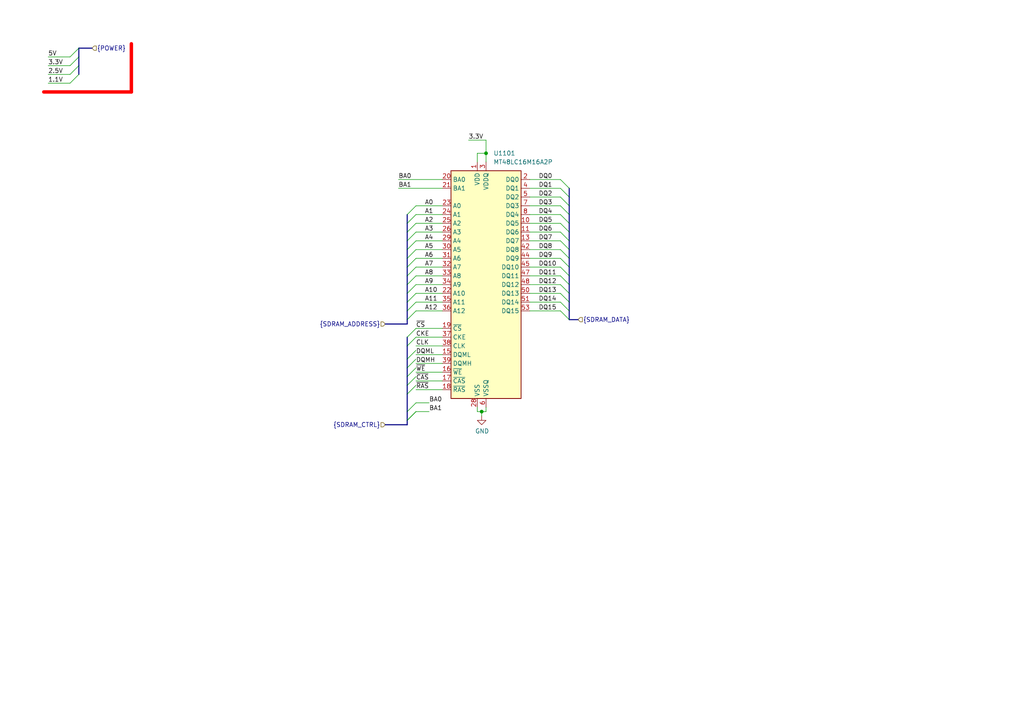
<source format=kicad_sch>
(kicad_sch (version 20250114) (generator "eeschema") (generator_version "9.0")
  (paper "A4")
  (title_block (title "PlasmaGate") (date "2025-07-23") (rev "1.0") (company "LPP/CNRS") (comment 1 "Alexis Jeandet") (comment 2 "CC-BY-SA") (comment 3 "alexis.jeandet@member.fsf.org"))
  (lib_symbols
    (symbol "Memory_RAM:MT48LC16M16A2P"
      (property "Reference" "U" (at -8.89 34.29 0))
      (property "Value" "MT48LC16M16A2P" (at 8.89 34.29 0))
      (symbol "MT48LC16M16A2P_0_1"
        (rectangle (start -10.16 33.02) (end 10.16 -33.02) (stroke (width 0.254)) (fill (type background)))
      )
      (symbol "MT48LC16M16A2P_1_1"
        (pin input line (at -12.7 30.48 0) (length 2.54) (name "BA0") (number "20"))
        (pin input line (at -12.7 27.94 0) (length 2.54) (name "BA1") (number "21"))
        (pin input line (at -12.7 22.86 0) (length 2.54) (name "A0") (number "23"))
        (pin input line (at -12.7 20.32 0) (length 2.54) (name "A1") (number "24"))
        (pin input line (at -12.7 17.78 0) (length 2.54) (name "A2") (number "25"))
        (pin input line (at -12.7 15.24 0) (length 2.54) (name "A3") (number "26"))
        (pin input line (at -12.7 12.7 0) (length 2.54) (name "A4") (number "29"))
        (pin input line (at -12.7 10.16 0) (length 2.54) (name "A5") (number "30"))
        (pin input line (at -12.7 7.62 0) (length 2.54) (name "A6") (number "31"))
        (pin input line (at -12.7 5.08 0) (length 2.54) (name "A7") (number "32"))
        (pin input line (at -12.7 2.54 0) (length 2.54) (name "A8") (number "33"))
        (pin input line (at -12.7 0 0) (length 2.54) (name "A9") (number "34"))
        (pin input line (at -12.7 -2.54 0) (length 2.54) (name "A10") (number "22"))
        (pin input line (at -12.7 -5.08 0) (length 2.54) (name "A11") (number "35"))
        (pin input line (at -12.7 -7.62 0) (length 2.54) (name "A12") (number "36"))
        (pin input line (at -12.7 -12.7 0) (length 2.54) (name "~{CS}") (number "19"))
        (pin input line (at -12.7 -15.24 0) (length 2.54) (name "CKE") (number "37"))
        (pin input line (at -12.7 -17.78 0) (length 2.54) (name "CLK") (number "38"))
        (pin input line (at -12.7 -20.32 0) (length 2.54) (name "DQML") (number "15"))
        (pin input line (at -12.7 -22.86 0) (length 2.54) (name "DQMH") (number "39"))
        (pin input line (at -12.7 -25.4 0) (length 2.54) (name "~{WE}") (number "16"))
        (pin input line (at -12.7 -27.94 0) (length 2.54) (name "~{CAS}") (number "17"))
        (pin input line (at -12.7 -30.48 0) (length 2.54) (name "~{RAS}") (number "18"))
        (pin power_in line (at -2.54 35.56 270) (length 2.54) (name "VDD") (number "1"))
        (pin passive line (at -2.54 35.56 270) (length 2.54) (hide yes) (name "VDD") (number "14"))
        (pin passive line (at -2.54 35.56 270) (length 2.54) (hide yes) (name "VDD") (number "27"))
        (pin power_in line (at -2.54 -35.56 90) (length 2.54) (name "VSS") (number "28"))
        (pin passive line (at -2.54 -35.56 90) (length 2.54) (hide yes) (name "VSS") (number "41"))
        (pin passive line (at -2.54 -35.56 90) (length 2.54) (hide yes) (name "VSS") (number "54"))
        (pin power_in line (at 0 35.56 270) (length 2.54) (name "VDDQ") (number "3"))
        (pin passive line (at 0 35.56 270) (length 2.54) (hide yes) (name "VDDQ") (number "43"))
        (pin passive line (at 0 35.56 270) (length 2.54) (hide yes) (name "VDDQ") (number "49"))
        (pin passive line (at 0 35.56 270) (length 2.54) (hide yes) (name "VDDQ") (number "9"))
        (pin passive line (at 0 -35.56 90) (length 2.54) (hide yes) (name "VSSQ") (number "12"))
        (pin passive line (at 0 -35.56 90) (length 2.54) (hide yes) (name "VSSQ") (number "46"))
        (pin passive line (at 0 -35.56 90) (length 2.54) (hide yes) (name "VSSQ") (number "52"))
        (pin power_in line (at 0 -35.56 90) (length 2.54) (name "VSSQ") (number "6"))
        (pin no_connect line (at 10.16 -20.32 180) (length 2.54) (hide yes) (name "NC") (number "40"))
        (pin bidirectional line (at 12.7 30.48 180) (length 2.54) (name "DQ0") (number "2"))
        (pin bidirectional line (at 12.7 27.94 180) (length 2.54) (name "DQ1") (number "4"))
        (pin bidirectional line (at 12.7 25.4 180) (length 2.54) (name "DQ2") (number "5"))
        (pin bidirectional line (at 12.7 22.86 180) (length 2.54) (name "DQ3") (number "7"))
        (pin bidirectional line (at 12.7 20.32 180) (length 2.54) (name "DQ4") (number "8"))
        (pin bidirectional line (at 12.7 17.78 180) (length 2.54) (name "DQ5") (number "10"))
        (pin bidirectional line (at 12.7 15.24 180) (length 2.54) (name "DQ6") (number "11"))
        (pin bidirectional line (at 12.7 12.7 180) (length 2.54) (name "DQ7") (number "13"))
        (pin bidirectional line (at 12.7 10.16 180) (length 2.54) (name "DQ8") (number "42"))
        (pin bidirectional line (at 12.7 7.62 180) (length 2.54) (name "DQ9") (number "44"))
        (pin bidirectional line (at 12.7 5.08 180) (length 2.54) (name "DQ10") (number "45"))
        (pin bidirectional line (at 12.7 2.54 180) (length 2.54) (name "DQ11") (number "47"))
        (pin bidirectional line (at 12.7 0 180) (length 2.54) (name "DQ12") (number "48"))
        (pin bidirectional line (at 12.7 -2.54 180) (length 2.54) (name "DQ13") (number "50"))
        (pin bidirectional line (at 12.7 -5.08 180) (length 2.54) (name "DQ14") (number "51"))
        (pin bidirectional line (at 12.7 -7.62 180) (length 2.54) (name "DQ15") (number "53"))
      )
    )
    (symbol "power:GND" (power) (pin_names (offset 0))
      (property "Value" "GND" (at 0 -3.81 0))
      (symbol "GND_0_1"
        (polyline (pts (xy 0 0) (xy 0 -1.27) (xy 1.27 -1.27) (xy 0 -2.54) (xy -1.27 -1.27) (xy 0 -1.27)))
      )
      (symbol "GND_1_1"
        (pin power_in line (at 0 0 270) (length 0) (hide yes) (name "GND") (number "1"))
      )
    )
  )
  (bus_alias "SDRAM_DATA" (members "DQ0" "DQ1" "DQ2" "DQ3" "DQ4" "DQ5" "DQ6" "DQ7" "DQ8" "DQ9" "DQ10" "DQ11" "DQ12" "DQ13" "DQ14" "DQ15"))
  (junction (at 140.97 44.45))
  (junction (at 139.7 119.38))
  (bus_entry (at 120.65 74.93) (size -2.54 2.54))
  (bus_entry (at 162.56 69.85) (size 2.54 2.54))
  (bus_entry (at 118.11 121.92) (size 2.54 -2.54))
  (bus_entry (at 118.11 119.38) (size 2.54 -2.54))
  (bus_entry (at 118.11 111.76) (size 2.54 -2.54))
  (bus_entry (at 120.65 59.69) (size -2.54 2.54))
  (bus_entry (at 120.65 77.47) (size -2.54 2.54))
  (bus_entry (at 162.56 62.23) (size 2.54 2.54))
  (bus_entry (at 162.56 87.63) (size 2.54 2.54))
  (bus_entry (at 162.56 82.55) (size 2.54 2.54))
  (bus_entry (at 162.56 72.39) (size 2.54 2.54))
  (bus_entry (at 118.11 114.3) (size 2.54 -2.54))
  (bus_entry (at 120.65 64.77) (size -2.54 2.54))
  (bus_entry (at 120.65 87.63) (size -2.54 2.54))
  (bus_entry (at 22.86 13.97) (size -2.54 2.54))
  (bus_entry (at 162.56 85.09) (size 2.54 2.54))
  (bus_entry (at 118.11 121.92) (size 2.54 -2.54))
  (bus_entry (at 120.65 67.31) (size -2.54 2.54))
  (bus_entry (at 120.65 69.85) (size -2.54 2.54))
  (bus_entry (at 118.11 109.22) (size 2.54 -2.54))
  (bus_entry (at 118.11 100.33) (size 2.54 -2.54))
  (bus_entry (at 118.11 104.14) (size 2.54 -2.54))
  (bus_entry (at 162.56 77.47) (size 2.54 2.54))
  (bus_entry (at 162.56 67.31) (size 2.54 2.54))
  (bus_entry (at 162.56 64.77) (size 2.54 2.54))
  (bus_entry (at 118.11 106.68) (size 2.54 -2.54))
  (bus_entry (at 120.65 82.55) (size -2.54 2.54))
  (bus_entry (at 162.56 54.61) (size 2.54 2.54))
  (bus_entry (at 120.65 85.09) (size -2.54 2.54))
  (bus_entry (at 162.56 57.15) (size 2.54 2.54))
  (bus_entry (at 120.65 72.39) (size -2.54 2.54))
  (bus_entry (at 162.56 74.93) (size 2.54 2.54))
  (bus_entry (at 162.56 80.01) (size 2.54 2.54))
  (bus_entry (at 22.86 19.05) (size -2.54 2.54))
  (bus_entry (at 22.86 16.51) (size -2.54 2.54))
  (bus_entry (at 118.11 97.79) (size 2.54 -2.54))
  (bus_entry (at 162.56 90.17) (size 2.54 2.54))
  (bus_entry (at 120.65 80.01) (size -2.54 2.54))
  (bus_entry (at 120.65 62.23) (size -2.54 2.54))
  (bus_entry (at 162.56 59.69) (size 2.54 2.54))
  (bus_entry (at 120.65 90.17) (size -2.54 2.54))
  (bus_entry (at 162.56 52.07) (size 2.54 2.54))
  (bus_entry (at 22.86 21.59) (size -2.54 2.54))
  (bus (pts (xy 118.11 93.98) (xy 118.11 92.71)))
  (bus (pts (xy 165.1 77.47) (xy 165.1 80.01)))
  (bus (pts (xy 118.11 90.17) (xy 118.11 87.63)))
  (wire (pts (xy 153.67 67.31) (xy 162.56 67.31)))
  (bus (pts (xy 118.11 72.39) (xy 118.11 74.93)))
  (bus (pts (xy 22.86 16.51) (xy 22.86 13.97)))
  (wire (pts (xy 120.65 69.85) (xy 128.27 69.85)))
  (wire (pts (xy 13.97 16.51) (xy 20.32 16.51)))
  (wire (pts (xy 138.43 119.38) (xy 139.7 119.38)))
  (bus (pts (xy 111.76 93.98) (xy 118.11 93.98)))
  (bus (pts (xy 118.11 97.79) (xy 118.11 100.33)))
  (wire (pts (xy 115.57 54.61) (xy 128.27 54.61)))
  (wire (pts (xy 120.65 95.25) (xy 128.27 95.25)))
  (wire (pts (xy 120.65 77.47) (xy 128.27 77.47)))
  (bus (pts (xy 118.11 114.3) (xy 118.11 119.38)))
  (bus (pts (xy 118.11 123.19) (xy 118.11 121.92)))
  (wire (pts (xy 13.97 19.05) (xy 20.32 19.05)))
  (bus (pts (xy 118.11 114.3) (xy 118.11 111.76)))
  (bus (pts (xy 118.11 77.47) (xy 118.11 74.93)))
  (bus (pts (xy 118.11 92.71) (xy 118.11 90.17)))
  (wire (pts (xy 120.65 97.79) (xy 128.27 97.79)))
  (bus (pts (xy 165.1 64.77) (xy 165.1 67.31)))
  (wire (pts (xy 120.65 67.31) (xy 128.27 67.31)))
  (wire (pts (xy 120.65 74.93) (xy 128.27 74.93)))
  (bus (pts (xy 118.11 100.33) (xy 118.11 104.14)))
  (wire (pts (xy 153.67 87.63) (xy 162.56 87.63)))
  (wire (pts (xy 140.97 119.38) (xy 140.97 118.11)))
  (wire (pts (xy 120.65 82.55) (xy 128.27 82.55)))
  (bus (pts (xy 165.1 82.55) (xy 165.1 85.09)))
  (wire (pts (xy 120.65 119.38) (xy 124.46 119.38)))
  (wire (pts (xy 140.97 44.45) (xy 140.97 46.99)))
  (wire (pts (xy 153.67 90.17) (xy 162.56 90.17)))
  (wire (pts (xy 120.65 62.23) (xy 128.27 62.23)))
  (wire (pts (xy 120.65 87.63) (xy 128.27 87.63)))
  (polyline (pts (xy 38.1 12.7) (xy 38.1 26.67)) (stroke (width 1) (color 255 0 0 1)))
  (bus (pts (xy 165.1 54.61) (xy 165.1 57.15)))
  (wire (pts (xy 120.65 59.69) (xy 128.27 59.69)))
  (bus (pts (xy 165.1 69.85) (xy 165.1 72.39)))
  (wire (pts (xy 153.67 77.47) (xy 162.56 77.47)))
  (wire (pts (xy 153.67 52.07) (xy 162.56 52.07)))
  (wire (pts (xy 135.89 40.64) (xy 140.97 40.64)))
  (wire (pts (xy 120.65 113.03) (xy 128.27 113.03)))
  (bus (pts (xy 165.1 59.69) (xy 165.1 62.23)))
  (bus (pts (xy 118.11 85.09) (xy 118.11 82.55)))
  (bus (pts (xy 118.11 69.85) (xy 118.11 67.31)))
  (bus (pts (xy 118.11 121.92) (xy 118.11 119.38)))
  (bus (pts (xy 165.1 87.63) (xy 165.1 90.17)))
  (wire (pts (xy 153.67 54.61) (xy 162.56 54.61)))
  (wire (pts (xy 153.67 59.69) (xy 162.56 59.69)))
  (bus (pts (xy 118.11 64.77) (xy 118.11 62.23)))
  (bus (pts (xy 118.11 80.01) (xy 118.11 77.47)))
  (wire (pts (xy 153.67 62.23) (xy 162.56 62.23)))
  (bus (pts (xy 22.86 21.59) (xy 22.86 19.05)))
  (wire (pts (xy 138.43 44.45) (xy 140.97 44.45)))
  (wire (pts (xy 13.97 21.59) (xy 20.32 21.59)))
  (bus (pts (xy 165.1 57.15) (xy 165.1 59.69)))
  (bus (pts (xy 165.1 62.23) (xy 165.1 64.77)))
  (wire (pts (xy 153.67 72.39) (xy 162.56 72.39)))
  (wire (pts (xy 120.65 102.87) (xy 128.27 102.87)))
  (wire (pts (xy 120.65 85.09) (xy 128.27 85.09)))
  (wire (pts (xy 120.65 110.49) (xy 128.27 110.49)))
  (polyline (pts (xy 12.7 26.67) (xy 38.1 26.67)) (stroke (width 1) (color 255 0 0 1)))
  (bus (pts (xy 22.86 19.05) (xy 22.86 16.51)))
  (bus (pts (xy 165.1 67.31) (xy 165.1 69.85)))
  (bus (pts (xy 22.86 13.97) (xy 26.67 13.97)))
  (wire (pts (xy 115.57 52.07) (xy 128.27 52.07)))
  (wire (pts (xy 153.67 57.15) (xy 162.56 57.15)))
  (wire (pts (xy 153.67 85.09) (xy 162.56 85.09)))
  (wire (pts (xy 120.65 116.84) (xy 124.46 116.84)))
  (bus (pts (xy 118.11 67.31) (xy 118.11 64.77)))
  (bus (pts (xy 165.1 72.39) (xy 165.1 74.93)))
  (bus (pts (xy 165.1 90.17) (xy 165.1 92.71)))
  (bus (pts (xy 118.11 104.14) (xy 118.11 106.68)))
  (wire (pts (xy 120.65 100.33) (xy 128.27 100.33)))
  (wire (pts (xy 139.7 119.38) (xy 139.7 120.65)))
  (wire (pts (xy 120.65 105.41) (xy 128.27 105.41)))
  (wire (pts (xy 120.65 107.95) (xy 128.27 107.95)))
  (bus (pts (xy 118.11 85.09) (xy 118.11 87.63)))
  (wire (pts (xy 120.65 72.39) (xy 128.27 72.39)))
  (bus (pts (xy 118.11 82.55) (xy 118.11 80.01)))
  (wire (pts (xy 153.67 82.55) (xy 162.56 82.55)))
  (wire (pts (xy 120.65 80.01) (xy 128.27 80.01)))
  (wire (pts (xy 13.97 24.13) (xy 20.32 24.13)))
  (bus (pts (xy 111.76 123.19) (xy 118.11 123.19)))
  (wire (pts (xy 140.97 40.64) (xy 140.97 44.45)))
  (wire (pts (xy 138.43 118.11) (xy 138.43 119.38)))
  (bus (pts (xy 118.11 69.85) (xy 118.11 72.39)))
  (bus (pts (xy 118.11 111.76) (xy 118.11 109.22)))
  (wire (pts (xy 139.7 119.38) (xy 140.97 119.38)))
  (bus (pts (xy 165.1 85.09) (xy 165.1 87.63)))
  (wire (pts (xy 120.65 64.77) (xy 128.27 64.77)))
  (wire (pts (xy 153.67 69.85) (xy 162.56 69.85)))
  (bus (pts (xy 165.1 80.01) (xy 165.1 82.55)))
  (bus (pts (xy 165.1 74.93) (xy 165.1 77.47)))
  (bus (pts (xy 165.1 92.71) (xy 167.64 92.71)))
  (wire (pts (xy 138.43 46.99) (xy 138.43 44.45)))
  (wire (pts (xy 153.67 80.01) (xy 162.56 80.01)))
  (bus (pts (xy 118.11 109.22) (xy 118.11 106.68)))
  (wire (pts (xy 153.67 74.93) (xy 162.56 74.93)))
  (wire (pts (xy 120.65 90.17) (xy 128.27 90.17)))
  (wire (pts (xy 153.67 64.77) (xy 162.56 64.77)))
  (label "BA1" (at 115.57 54.61 0))
  (label "DQ6" (at 156.21 67.31 0))
  (label "A0" (at 123.19 59.69 0))
  (label "A6" (at 123.19 74.93 0))
  (label "DQ11" (at 156.21 80.01 0))
  (label "~{WE}" (at 120.65 107.95 0))
  (label "A10" (at 123.19 85.09 0))
  (label "A2" (at 123.19 64.77 0))
  (label "DQ12" (at 156.21 82.55 0))
  (label "DQ14" (at 156.21 87.63 0))
  (label "A1" (at 123.19 62.23 0))
  (label "DQ2" (at 156.21 57.15 0))
  (label "BA1" (at 124.46 119.38 0))
  (label "~{CAS}" (at 120.65 110.49 0))
  (label "A8" (at 123.19 80.01 0))
  (label "DQ1" (at 156.21 54.61 0))
  (label "A7" (at 123.19 77.47 0))
  (label "DQ13" (at 156.21 85.09 0))
  (label "CLK" (at 120.65 100.33 0))
  (label "DQ9" (at 156.21 74.93 0))
  (label "DQ15" (at 156.21 90.17 0))
  (label "A4" (at 123.19 69.85 0))
  (label "DQ4" (at 156.21 62.23 0))
  (label "DQ7" (at 156.21 69.85 0))
  (label "DQ10" (at 156.21 77.47 0))
  (label "DQ8" (at 156.21 72.39 0))
  (label "3.3V" (at 13.97 19.05 0))
  (label "1.1V" (at 13.97 24.13 0))
  (label "BA0" (at 124.46 116.84 0))
  (label "5V" (at 13.97 16.51 0))
  (label "A9" (at 123.19 82.55 0))
  (label "2.5V" (at 13.97 21.59 0))
  (label "DQ0" (at 156.21 52.07 0))
  (label "~{CS}" (at 120.65 95.25 0))
  (label "CKE" (at 120.65 97.79 0))
  (label "A12" (at 123.19 90.17 0))
  (label "DQMH" (at 120.65 105.41 0))
  (label "DQML" (at 120.65 102.87 0))
  (label "BA0" (at 115.57 52.07 0))
  (label "A3" (at 123.19 67.31 0))
  (label "~{RAS}" (at 120.65 113.03 0))
  (label "3.3V" (at 135.89 40.64 0))
  (label "DQ3" (at 156.21 59.69 0))
  (label "DQ5" (at 156.21 64.77 0))
  (label "A5" (at 123.19 72.39 0))
  (label "A11" (at 123.19 87.63 0))
  (hierarchical_label "{POWER}" (shape input) (at 26.67 13.97 0))
  (hierarchical_label "{SDRAM_ADDRESS}" (shape input) (at 111.76 93.98 180))
  (hierarchical_label "{SDRAM_DATA}" (shape input) (at 167.64 92.71 0))
  (hierarchical_label "{SDRAM_CTRL}" (shape input) (at 111.76 123.19 180))
  (symbol (lib_id "Memory_RAM:MT48LC16M16A2P") (at 140.97 82.55 0) (unit 1)
    (property "Reference" "U1101" (at 143.1133 44.45 0) (effects (justify left)))
    (property "Value" "MT48LC16M16A2P" (at 143.1133 46.99 0) (effects (justify left)))
    (property "Footprint" "Package_SO:TSOP-II-54_22.2x10.16mm_P0.8mm" (effects (hide yes)))
    (property "Datasheet" "https://www.micron.com/-/media/client/global/documents/products/data-sheet/dram/256mb_sdr.pdf" (effects (hide yes)))
    (property "Description" "256M – (16M x 16 bit) Synchronous DRAM (SDRAM), TSOP-II-54" (effects (hide yes)))
  )
  (symbol (lib_id "power:GND") (at 139.7 120.65 0) (unit 1)
    (property "Reference" "#PWR01101" (effects (hide yes)))
    (property "Value" "GND" (at 139.827 125.0442 0))
  )
)
</source>
